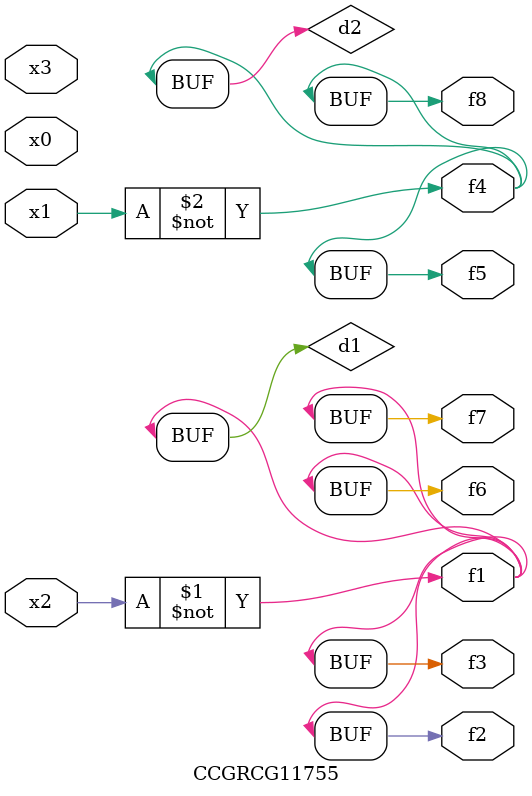
<source format=v>
module CCGRCG11755(
	input x0, x1, x2, x3,
	output f1, f2, f3, f4, f5, f6, f7, f8
);

	wire d1, d2;

	xnor (d1, x2);
	not (d2, x1);
	assign f1 = d1;
	assign f2 = d1;
	assign f3 = d1;
	assign f4 = d2;
	assign f5 = d2;
	assign f6 = d1;
	assign f7 = d1;
	assign f8 = d2;
endmodule

</source>
